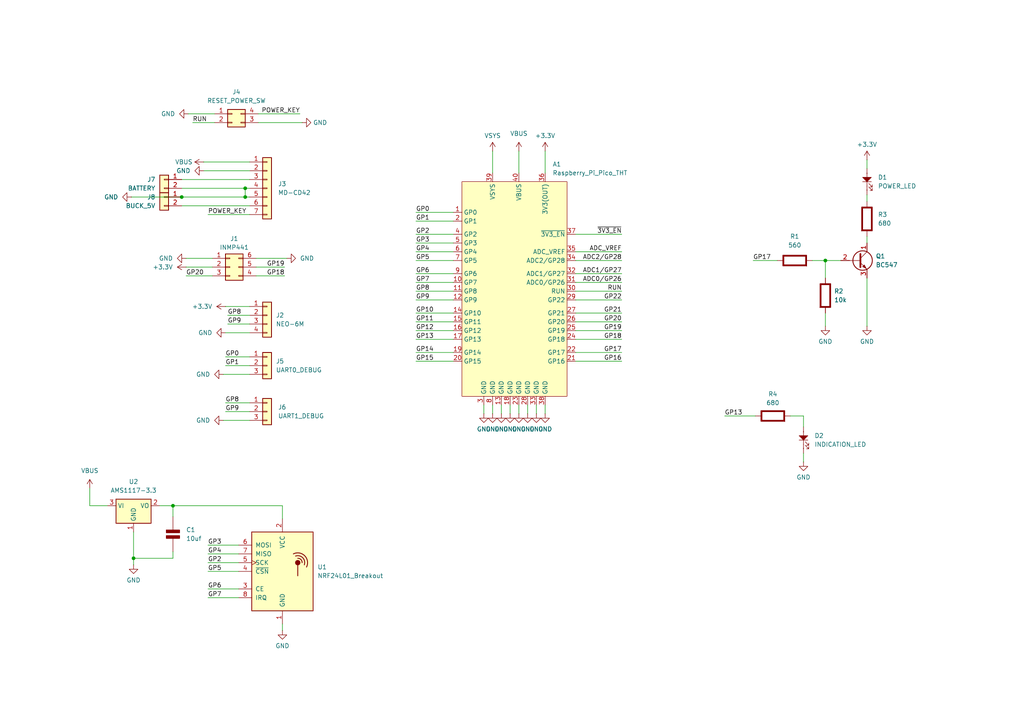
<source format=kicad_sch>
(kicad_sch (version 20250114) (generator "eeschema") (generator_version "9.0")
  (paper "A4")
  (lib_symbols
    (symbol "Connector_Generic:Conn_01x02" (pin_names (offset 1.016) (hide yes))
      (property "Reference" "J" (at 0 2.54 0))
      (property "Value" "Conn_01x02" (at 0 -5.08 0))
      (symbol "Conn_01x02_1_1"
        (rectangle (start -1.27 1.27) (end 1.27 -3.81) (stroke (width 0.254)) (fill (type background)))
        (rectangle (start -1.27 0.127) (end 0 -0.127) (stroke (width 0.1524)))
        (rectangle (start -1.27 -2.413) (end 0 -2.667) (stroke (width 0.1524)))
        (pin passive line (at -5.08 0 0) (length 3.81) (name "Pin_1") (number "1"))
        (pin passive line (at -5.08 -2.54 0) (length 3.81) (name "Pin_2") (number "2"))
      )
    )
    (symbol "Connector_Generic:Conn_01x03" (pin_names (offset 1.016) (hide yes))
      (property "Reference" "J" (at 0 5.08 0))
      (property "Value" "Conn_01x03" (at 0 -5.08 0))
      (symbol "Conn_01x03_1_1"
        (rectangle (start -1.27 3.81) (end 1.27 -3.81) (stroke (width 0.254)) (fill (type background)))
        (rectangle (start -1.27 2.667) (end 0 2.413) (stroke (width 0.1524)))
        (rectangle (start -1.27 0.127) (end 0 -0.127) (stroke (width 0.1524)))
        (rectangle (start -1.27 -2.413) (end 0 -2.667) (stroke (width 0.1524)))
        (pin passive line (at -5.08 2.54 0) (length 3.81) (name "Pin_1") (number "1"))
        (pin passive line (at -5.08 0 0) (length 3.81) (name "Pin_2") (number "2"))
        (pin passive line (at -5.08 -2.54 0) (length 3.81) (name "Pin_3") (number "3"))
      )
    )
    (symbol "Connector_Generic:Conn_01x04" (pin_names (offset 1.016) (hide yes))
      (property "Reference" "J" (at 0 5.08 0))
      (property "Value" "Conn_01x04" (at 0 -7.62 0))
      (symbol "Conn_01x04_1_1"
        (rectangle (start -1.27 3.81) (end 1.27 -6.35) (stroke (width 0.254)) (fill (type background)))
        (rectangle (start -1.27 2.667) (end 0 2.413) (stroke (width 0.1524)))
        (rectangle (start -1.27 0.127) (end 0 -0.127) (stroke (width 0.1524)))
        (rectangle (start -1.27 -2.413) (end 0 -2.667) (stroke (width 0.1524)))
        (rectangle (start -1.27 -4.953) (end 0 -5.207) (stroke (width 0.1524)))
        (pin passive line (at -5.08 2.54 0) (length 3.81) (name "Pin_1") (number "1"))
        (pin passive line (at -5.08 0 0) (length 3.81) (name "Pin_2") (number "2"))
        (pin passive line (at -5.08 -2.54 0) (length 3.81) (name "Pin_3") (number "3"))
        (pin passive line (at -5.08 -5.08 0) (length 3.81) (name "Pin_4") (number "4"))
      )
    )
    (symbol "Connector_Generic:Conn_01x07" (pin_names (offset 1.016) (hide yes))
      (property "Reference" "J" (at 0 10.16 0))
      (property "Value" "Conn_01x07" (at 0 -10.16 0))
      (symbol "Conn_01x07_1_1"
        (rectangle (start -1.27 8.89) (end 1.27 -8.89) (stroke (width 0.254)) (fill (type background)))
        (rectangle (start -1.27 7.747) (end 0 7.493) (stroke (width 0.1524)))
        (rectangle (start -1.27 5.207) (end 0 4.953) (stroke (width 0.1524)))
        (rectangle (start -1.27 2.667) (end 0 2.413) (stroke (width 0.1524)))
        (rectangle (start -1.27 0.127) (end 0 -0.127) (stroke (width 0.1524)))
        (rectangle (start -1.27 -2.413) (end 0 -2.667) (stroke (width 0.1524)))
        (rectangle (start -1.27 -4.953) (end 0 -5.207) (stroke (width 0.1524)))
        (rectangle (start -1.27 -7.493) (end 0 -7.747) (stroke (width 0.1524)))
        (pin passive line (at -5.08 7.62 0) (length 3.81) (name "Pin_1") (number "1"))
        (pin passive line (at -5.08 5.08 0) (length 3.81) (name "Pin_2") (number "2"))
        (pin passive line (at -5.08 2.54 0) (length 3.81) (name "Pin_3") (number "3"))
        (pin passive line (at -5.08 0 0) (length 3.81) (name "Pin_4") (number "4"))
        (pin passive line (at -5.08 -2.54 0) (length 3.81) (name "Pin_5") (number "5"))
        (pin passive line (at -5.08 -5.08 0) (length 3.81) (name "Pin_6") (number "6"))
        (pin passive line (at -5.08 -7.62 0) (length 3.81) (name "Pin_7") (number "7"))
      )
    )
    (symbol "Connector_Generic:Conn_02x02_Counter_Clockwise" (pin_names (offset 1.016) (hide yes))
      (property "Reference" "J" (at 1.27 2.54 0))
      (property "Value" "Conn_02x02_Counter_Clockwise" (at 1.27 -5.08 0))
      (symbol "Conn_02x02_Counter_Clockwise_1_1"
        (rectangle (start -1.27 1.27) (end 3.81 -3.81) (stroke (width 0.254)) (fill (type background)))
        (rectangle (start -1.27 0.127) (end 0 -0.127) (stroke (width 0.1524)))
        (rectangle (start -1.27 -2.413) (end 0 -2.667) (stroke (width 0.1524)))
        (rectangle (start 3.81 0.127) (end 2.54 -0.127) (stroke (width 0.1524)))
        (rectangle (start 3.81 -2.413) (end 2.54 -2.667) (stroke (width 0.1524)))
        (pin passive line (at -5.08 0 0) (length 3.81) (name "Pin_1") (number "1"))
        (pin passive line (at -5.08 -2.54 0) (length 3.81) (name "Pin_2") (number "2"))
        (pin passive line (at 7.62 0 180) (length 3.81) (name "Pin_4") (number "4"))
        (pin passive line (at 7.62 -2.54 180) (length 3.81) (name "Pin_3") (number "3"))
      )
    )
    (symbol "Connector_Generic:Conn_02x03_Counter_Clockwise" (pin_names (offset 1.016) (hide yes))
      (property "Reference" "J" (at 1.27 5.08 0))
      (property "Value" "Conn_02x03_Counter_Clockwise" (at 1.27 -5.08 0))
      (symbol "Conn_02x03_Counter_Clockwise_1_1"
        (rectangle (start -1.27 3.81) (end 3.81 -3.81) (stroke (width 0.254)) (fill (type background)))
        (rectangle (start -1.27 2.667) (end 0 2.413) (stroke (width 0.1524)))
        (rectangle (start -1.27 0.127) (end 0 -0.127) (stroke (width 0.1524)))
        (rectangle (start -1.27 -2.413) (end 0 -2.667) (stroke (width 0.1524)))
        (rectangle (start 3.81 2.667) (end 2.54 2.413) (stroke (width 0.1524)))
        (rectangle (start 3.81 0.127) (end 2.54 -0.127) (stroke (width 0.1524)))
        (rectangle (start 3.81 -2.413) (end 2.54 -2.667) (stroke (width 0.1524)))
        (pin passive line (at -5.08 2.54 0) (length 3.81) (name "Pin_1") (number "1"))
        (pin passive line (at -5.08 0 0) (length 3.81) (name "Pin_2") (number "2"))
        (pin passive line (at -5.08 -2.54 0) (length 3.81) (name "Pin_3") (number "3"))
        (pin passive line (at 7.62 2.54 180) (length 3.81) (name "Pin_6") (number "6"))
        (pin passive line (at 7.62 0 180) (length 3.81) (name "Pin_5") (number "5"))
        (pin passive line (at 7.62 -2.54 180) (length 3.81) (name "Pin_4") (number "4"))
      )
    )
    (symbol "PCM_Elektuur:C" (pin_numbers (hide yes)) (pin_names (offset 0) (hide yes))
      (property "Reference" "C" (at 0.635 3.175 0))
      (property "Value" "C" (at 0.635 -3.175 0))
      (symbol "C_1_1"
        (rectangle (start -1.905 1.1938) (end 1.905 0.4318) (stroke (width 0.254)) (fill (type outline)))
        (rectangle (start -1.905 -0.4318) (end 1.905 -1.1938) (stroke (width 0.254)) (fill (type outline)))
        (pin passive line (at 0 5.08 270) (length 3.8862) (name "+") (number "1"))
        (pin passive line (at 0 -5.08 90) (length 3.8862) (name "-") (number "2"))
      )
      (symbol "C_1_2"
        (polyline (pts (xy -1.905 0.4318) (xy 1.905 0.4318) (xy 1.905 1.4986) (xy -1.905 1.4986) (xy -1.905 0.4318) (xy -1.8034 0.5334) (xy -1.8034 1.397) (xy 1.8034 1.397) (xy 1.8034 0.5334) (xy -1.8034 0.5334) (xy -1.905 0.4318)) (stroke (width 0.254)) (fill (type outline)))
        (polyline (pts (xy -1.905 -1.4986) (xy 1.905 -1.4986) (xy 1.905 -0.4318) (xy -1.905 -0.4318) (xy -1.905 -1.4986) (xy -1.8034 -1.397) (xy -1.8034 -0.5334) (xy 1.8034 -0.5334) (xy 1.8034 -1.397) (xy -1.8034 -1.397) (xy -1.905 -1.4986)) (stroke (width 0.254)) (fill (type outline)))
        (pin passive line (at 0 5.08 270) (length 3.5814) (name "+") (number "1"))
        (pin passive line (at 0 -5.08 90) (length 3.5814) (name "-") (number "2"))
      )
    )
    (symbol "PCM_Elektuur:R" (pin_numbers (hide yes)) (pin_names (offset 0) (hide yes))
      (property "Reference" "R" (at 2.54 3.175 0))
      (property "Value" "R" (at 0 0 90))
      (symbol "R_1_1"
        (polyline (pts (xy -1.524 -3.429) (xy 1.524 -3.429) (xy 1.524 3.429) (xy -1.524 3.429) (xy -1.524 -3.429) (xy -1.27 -3.175) (xy -1.27 3.175) (xy 1.27 3.175) (xy 1.27 -3.175) (xy -1.27 -3.175) (xy -1.524 -3.429)) (stroke (width 0.254)) (fill (type outline)))
        (pin passive line (at 0 5.08 270) (length 1.651) (name "+") (number "1"))
        (pin passive line (at 0 -5.08 90) (length 1.651) (name "-") (number "2"))
      )
      (symbol "R_1_2"
        (polyline (pts (xy -0.508 -3.429) (xy 1.524 -3.429) (xy 1.524 3.429) (xy -0.508 3.429) (xy -0.508 3.175) (xy 1.27 3.175) (xy 1.27 -3.175) (xy -0.508 -3.175) (xy -0.508 -3.429)) (stroke (width 0.254)) (fill (type outline)))
        (pin passive line (at 0 5.08 270) (length 1.651) (name "+") (number "1"))
        (pin passive line (at 0 -5.08 90) (length 1.651) (name "-") (number "2"))
      )
      (symbol "R_1_3"
        (polyline (pts (xy 0 3.4798) (xy 0 3.2004) (xy 0.7112 2.794) (xy -1.1938 1.6764) (xy 0.7112 0.5588) (xy -1.1938 -0.5588) (xy 0.7112 -1.6764) (xy -1.1938 -2.794) (xy 0 -3.4798) (xy 0 -3.2004) (xy -0.7112 -2.794) (xy 1.1938 -1.6764) (xy -0.7112 -0.5588) (xy 1.1938 0.5588) (xy -0.7112 1.6764) (xy 1.1938 2.794) (xy 0 3.4798)) (stroke (width 0.254)) (fill (type outline)))
        (pin passive line (at 0 5.08 270) (length 1.6002) (name "+") (number "1"))
        (pin passive line (at 0 -5.08 90) (length 1.6002) (name "-") (number "2"))
      )
      (symbol "R_1_4"
        (polyline (pts (xy 0 4.5466) (xy 0 4.2672) (xy 0.0508 4.2418) (xy 1.016 3.683) (xy -1.524 2.2098) (xy 1.016 0.7366) (xy -1.524 -0.7366) (xy 1.016 -2.2098) (xy -1.524 -3.683) (xy -0.0762 -4.5212) (xy 0 -4.5466) (xy 0 -4.2672) (xy -0.0508 -4.2418) (xy -1.016 -3.683) (xy 1.524 -2.2098) (xy -1.016 -0.7366) (xy 1.524 0.7366) (xy -1.016 2.2098) (xy 1.524 3.683) (xy 0.0762 4.5212) (xy 0 4.5466)) (stroke (width 0.254)) (fill (type outline)))
        (pin passive line (at 0 5.08 270) (length 0.5334) (name "+") (number "1"))
        (pin passive line (at 0 -5.08 90) (length 0.5334) (name "-") (number "2"))
      )
    )
    (symbol "PCM_SL_Development_Board:Raspberry_Pi_Pico_THT"
      (property "Reference" "A" (at 12.7 34.29 0))
      (property "Value" "Raspberry_Pi_Pico_THT" (at 21.59 31.75 0))
      (symbol "Raspberry_Pi_Pico_THT_0_1"
        (rectangle (start -15.24 29.21) (end 15.24 -33.02) (fill (type background)))
      )
      (symbol "Raspberry_Pi_Pico_THT_1_1"
        (pin bidirectional line (at -17.78 20.32 0) (length 2.54) (name "GP0") (number "1"))
        (pin bidirectional line (at -17.78 17.78 0) (length 2.54) (name "GP1") (number "2"))
        (pin bidirectional line (at -17.78 13.97 0) (length 2.54) (name "GP2") (number "4"))
        (pin bidirectional line (at -17.78 11.43 0) (length 2.54) (name "GP3") (number "5"))
        (pin bidirectional line (at -17.78 8.89 0) (length 2.54) (name "GP4") (number "6"))
        (pin bidirectional line (at -17.78 6.35 0) (length 2.54) (name "GP5") (number "7"))
        (pin bidirectional line (at -17.78 2.54 0) (length 2.54) (name "GP6") (number "9"))
        (pin bidirectional line (at -17.78 0 0) (length 2.54) (name "GP7") (number "10"))
        (pin bidirectional line (at -17.78 -2.54 0) (length 2.54) (name "GP8") (number "11"))
        (pin bidirectional line (at -17.78 -5.08 0) (length 2.54) (name "GP9") (number "12"))
        (pin bidirectional line (at -17.78 -8.89 0) (length 2.54) (name "GP10") (number "14"))
        (pin bidirectional line (at -17.78 -11.43 0) (length 2.54) (name "GP11") (number "15"))
        (pin bidirectional line (at -17.78 -13.97 0) (length 2.54) (name "GP12") (number "16"))
        (pin bidirectional line (at -17.78 -16.51 0) (length 2.54) (name "GP13") (number "17"))
        (pin bidirectional line (at -17.78 -20.32 0) (length 2.54) (name "GP14") (number "19"))
        (pin bidirectional line (at -17.78 -22.86 0) (length 2.54) (name "GP15") (number "20"))
        (pin power_in line (at -8.89 -35.56 90) (length 2.54) (name "GND") (number "3"))
        (pin power_in line (at -6.35 31.75 270) (length 2.54) (name "VSYS") (number "39"))
        (pin power_in line (at -6.35 -35.56 90) (length 2.54) (name "GND") (number "8"))
        (pin power_in line (at -3.81 -35.56 90) (length 2.54) (name "GND") (number "13"))
        (pin power_in line (at -1.27 -35.56 90) (length 2.54) (name "GND") (number "18"))
        (pin power_in line (at 1.27 31.75 270) (length 2.54) (name "VBUS") (number "40"))
        (pin power_in line (at 1.27 -35.56 90) (length 2.54) (name "GND") (number "23"))
        (pin power_in line (at 3.81 -35.56 90) (length 2.54) (name "GND") (number "28"))
        (pin power_in line (at 6.35 -35.56 90) (length 2.54) (name "GND") (number "33"))
        (pin power_in line (at 8.89 31.75 270) (length 2.54) (name "3V3(OUT)") (number "36"))
        (pin power_in line (at 8.89 -35.56 90) (length 2.54) (name "GND") (number "38"))
        (pin bidirectional line (at 17.78 13.97 180) (length 2.54) (name "~{3V3_EN}") (number "37"))
        (pin bidirectional line (at 17.78 8.89 180) (length 2.54) (name "ADC_VREF") (number "35"))
        (pin bidirectional line (at 17.78 6.35 180) (length 2.54) (name "ADC2/GP28") (number "34"))
        (pin bidirectional line (at 17.78 2.54 180) (length 2.54) (name "ADC1/GP27") (number "32"))
        (pin bidirectional line (at 17.78 0 180) (length 2.54) (name "ADC0/GP26") (number "31"))
        (pin bidirectional line (at 17.78 -2.54 180) (length 2.54) (name "RUN") (number "30"))
        (pin bidirectional line (at 17.78 -5.08 180) (length 2.54) (name "GP22") (number "29"))
        (pin bidirectional line (at 17.78 -8.89 180) (length 2.54) (name "GP21") (number "27"))
        (pin bidirectional line (at 17.78 -11.43 180) (length 2.54) (name "GP20") (number "26"))
        (pin bidirectional line (at 17.78 -13.97 180) (length 2.54) (name "GP19") (number "25"))
        (pin bidirectional line (at 17.78 -16.51 180) (length 2.54) (name "GP18") (number "24"))
        (pin bidirectional line (at 17.78 -20.32 180) (length 2.54) (name "GP17") (number "22"))
        (pin bidirectional line (at 17.78 -22.86 180) (length 2.54) (name "GP16") (number "21"))
      )
    )
    (symbol "PCM_SL_Devices:LED"
      (property "Reference" "D" (at -0.508 5.334 0))
      (property "Value" "LED" (at -0.508 2.794 0))
      (symbol "LED_0_1"
        (polyline (pts (xy -1.27 0) (xy -2.54 0)))
        (polyline (pts (xy 0 1.27) (xy 0 -1.27)))
        (polyline (pts (xy 0 0) (xy -1.27 -1.27) (xy -1.27 1.27) (xy 0 0) (xy 1.27 0)) (fill (type outline)))
        (polyline (pts (xy 0.508 0.508) (xy 1.524 1.524)))
        (polyline (pts (xy 1.27 0) (xy 2.54 0)))
        (polyline (pts (xy 1.524 1.524) (xy 0.889 1.524)))
        (polyline (pts (xy 1.524 1.524) (xy 1.524 0.889)))
        (polyline (pts (xy 1.524 0.508) (xy 2.54 1.524)))
        (polyline (pts (xy 2.54 1.524) (xy 1.905 1.524)))
        (polyline (pts (xy 2.54 1.524) (xy 2.54 0.889)))
      )
      (symbol "LED_1_1"
        (pin passive line (at -3.81 0 0) (length 1.5) (name "") (number "2"))
        (pin passive line (at 3.81 0 180) (length 1.5) (name "~") (number "1"))
      )
    )
    (symbol "PCM_SL_Devices:LED_5mm"
      (property "Reference" "D" (at -0.508 5.334 0))
      (property "Value" "LED_5mm" (at -0.508 2.794 0))
      (symbol "LED_5mm_0_1"
        (polyline (pts (xy -1.27 0) (xy -2.54 0)))
        (polyline (pts (xy 0 1.27) (xy 0 -1.27)))
        (polyline (pts (xy 0 0) (xy -1.27 -1.27) (xy -1.27 1.27) (xy 0 0) (xy 1.27 0)) (fill (type outline)))
        (polyline (pts (xy 0.508 0.508) (xy 1.524 1.524)))
        (polyline (pts (xy 1.27 0) (xy 2.54 0)))
        (polyline (pts (xy 1.524 1.524) (xy 0.889 1.524)))
        (polyline (pts (xy 1.524 1.524) (xy 1.524 0.889)))
        (polyline (pts (xy 1.524 0.508) (xy 2.54 1.524)))
        (polyline (pts (xy 2.54 1.524) (xy 1.905 1.524)))
        (polyline (pts (xy 2.54 1.524) (xy 2.54 0.889)))
      )
      (symbol "LED_5mm_1_1"
        (pin passive line (at -3.81 0 0) (length 1.5) (name "") (number "2"))
        (pin passive line (at 3.81 0 180) (length 1.5) (name "~") (number "1"))
      )
    )
    (symbol "RF:NRF24L01_Breakout" (pin_names (offset 1.016))
      (property "Reference" "U" (at -8.89 12.7 0))
      (property "Value" "NRF24L01_Breakout" (at 3.81 12.7 0))
      (symbol "NRF24L01_Breakout_0_1"
        (rectangle (start -8.89 11.43) (end 8.89 -11.43) (stroke (width 0.254)) (fill (type background)))
        (arc (start 3.175 5.08) (mid 6.453 4.548) (end 6.985 1.27) (stroke (width 0.254)))
        (circle (center 4.445 2.54) (radius 0.635) (stroke (width 0.254)) (fill (type outline)))
        (polyline (pts (xy 4.445 1.905) (xy 4.445 -1.27)) (stroke (width 0.254)))
        (arc (start 3.81 4.445) (mid 5.8835 3.9785) (end 6.35 1.905) (stroke (width 0.254)))
        (arc (start 4.445 3.81) (mid 5.3558 3.4508) (end 5.715 2.54) (stroke (width 0.254)))
      )
      (symbol "NRF24L01_Breakout_1_1"
        (pin input line (at -12.7 7.62 0) (length 3.81) (name "MOSI") (number "6"))
        (pin output line (at -12.7 5.08 0) (length 3.81) (name "MISO") (number "7"))
        (pin input clock (at -12.7 2.54 0) (length 3.81) (name "SCK") (number "5"))
        (pin input line (at -12.7 0 0) (length 3.81) (name "~{CSN}") (number "4"))
        (pin input line (at -12.7 -5.08 0) (length 3.81) (name "CE") (number "3"))
        (pin output line (at -12.7 -7.62 0) (length 3.81) (name "IRQ") (number "8"))
        (pin power_in line (at 0 15.24 270) (length 3.81) (name "VCC") (number "2"))
        (pin power_in line (at 0 -15.24 90) (length 3.81) (name "GND") (number "1"))
      )
    )
    (symbol "Regulator_Linear:AMS1117-3.3"
      (property "Reference" "U" (at -3.81 3.175 0))
      (property "Value" "AMS1117-3.3" (at 0 3.175 0))
      (symbol "AMS1117-3.3_0_1"
        (rectangle (start -5.08 -5.08) (end 5.08 1.905) (stroke (width 0.254)) (fill (type background)))
      )
      (symbol "AMS1117-3.3_1_1"
        (pin power_in line (at -7.62 0 0) (length 2.54) (name "VI") (number "3"))
        (pin power_in line (at 0 -7.62 90) (length 2.54) (name "GND") (number "1"))
        (pin power_out line (at 7.62 0 180) (length 2.54) (name "VO") (number "2"))
      )
    )
    (symbol "Transistor_BJT:BC547" (pin_names (offset 0) (hide yes))
      (property "Reference" "Q" (at 5.08 1.905 0))
      (property "Value" "BC547" (at 5.08 0 0))
      (symbol "BC547_0_1"
        (polyline (pts (xy -2.54 0) (xy 0.635 0)))
        (polyline (pts (xy 0.635 1.905) (xy 0.635 -1.905)) (stroke (width 0.508)))
        (circle (center 1.27 0) (radius 2.8194) (stroke (width 0.254)))
      )
      (symbol "BC547_1_1"
        (polyline (pts (xy 0.635 0.635) (xy 2.54 2.54)))
        (polyline (pts (xy 0.635 -0.635) (xy 2.54 -2.54)))
        (polyline (pts (xy 1.27 -1.778) (xy 1.778 -1.27) (xy 2.286 -2.286) (xy 1.27 -1.778)) (fill (type outline)))
        (pin input line (at -5.08 0 0) (length 2.54) (name "B") (number "2"))
        (pin passive line (at 2.54 5.08 270) (length 2.54) (name "C") (number "1"))
        (pin passive line (at 2.54 -5.08 90) (length 2.54) (name "E") (number "3"))
      )
    )
    (symbol "power:+3.3V" (power) (pin_numbers (hide yes)) (pin_names (offset 0) (hide yes))
      (property "Value" "+3.3V" (at 0 3.556 0))
      (symbol "+3.3V_0_1"
        (polyline (pts (xy -0.762 1.27) (xy 0 2.54)))
        (polyline (pts (xy 0 2.54) (xy 0.762 1.27)))
        (polyline (pts (xy 0 0) (xy 0 2.54)))
      )
      (symbol "+3.3V_1_1"
        (pin power_in line (at 0 0 90) (length 0) (name "~") (number "1"))
      )
    )
    (symbol "power:GND" (power) (pin_numbers (hide yes)) (pin_names (offset 0) (hide yes))
      (property "Value" "GND" (at 0 -3.81 0))
      (symbol "GND_0_1"
        (polyline (pts (xy 0 0) (xy 0 -1.27) (xy 1.27 -1.27) (xy 0 -2.54) (xy -1.27 -1.27) (xy 0 -1.27)))
      )
      (symbol "GND_1_1"
        (pin power_in line (at 0 0 270) (length 0) (name "~") (number "1"))
      )
    )
    (symbol "power:VBUS" (power) (pin_numbers (hide yes)) (pin_names (offset 0) (hide yes))
      (property "Value" "VBUS" (at 0 3.556 0))
      (symbol "VBUS_0_1"
        (polyline (pts (xy -0.762 1.27) (xy 0 2.54)))
        (polyline (pts (xy 0 2.54) (xy 0.762 1.27)))
        (polyline (pts (xy 0 0) (xy 0 2.54)))
      )
      (symbol "VBUS_1_1"
        (pin power_in line (at 0 0 90) (length 0) (name "~") (number "1"))
      )
    )
    (symbol "power:VCC" (power) (pin_numbers (hide yes)) (pin_names (offset 0) (hide yes))
      (property "Value" "VCC" (at 0 3.556 0))
      (symbol "VCC_0_1"
        (polyline (pts (xy -0.762 1.27) (xy 0 2.54)))
        (polyline (pts (xy 0 2.54) (xy 0.762 1.27)))
        (polyline (pts (xy 0 0) (xy 0 2.54)))
      )
      (symbol "VCC_1_1"
        (pin power_in line (at 0 0 90) (length 0) (name "~") (number "1"))
      )
    )
  )
  (junction (at 71.12 57.15))
  (junction (at 50.165 146.685))
  (junction (at 239.395 75.565))
  (junction (at 71.12 54.61))
  (junction (at 52.705 57.15))
  (junction (at 38.735 161.925))
  (wire (pts (xy 120.65 104.775) (xy 131.445 104.775)))
  (wire (pts (xy 65.405 88.9) (xy 72.39 88.9)))
  (wire (pts (xy 150.495 117.475) (xy 150.495 120.015)))
  (wire (pts (xy 120.65 84.455) (xy 131.445 84.455)))
  (wire (pts (xy 65.405 116.84) (xy 72.39 116.84)))
  (wire (pts (xy 66.04 91.44) (xy 72.39 91.44)))
  (wire (pts (xy 218.44 75.565) (xy 225.425 75.565)))
  (wire (pts (xy 251.46 68.58) (xy 251.46 70.485)))
  (wire (pts (xy 180.34 102.235) (xy 167.005 102.235)))
  (wire (pts (xy 52.705 59.69) (xy 72.39 59.69)))
  (wire (pts (xy 180.34 90.805) (xy 167.005 90.805)))
  (wire (pts (xy 69.215 173.355) (xy 60.325 173.355)))
  (wire (pts (xy 120.65 93.345) (xy 131.445 93.345)))
  (wire (pts (xy 38.1 57.15) (xy 52.705 57.15)))
  (wire (pts (xy 120.65 86.995) (xy 131.445 86.995)))
  (wire (pts (xy 53.975 77.47) (xy 61.595 77.47)))
  (wire (pts (xy 69.215 163.195) (xy 60.325 163.195)))
  (wire (pts (xy 64.77 121.92) (xy 72.39 121.92)))
  (wire (pts (xy 74.93 33.02) (xy 86.995 33.02)))
  (wire (pts (xy 155.575 117.475) (xy 155.575 120.015)))
  (wire (pts (xy 235.585 75.565) (xy 239.395 75.565)))
  (wire (pts (xy 180.34 73.025) (xy 167.005 73.025)))
  (wire (pts (xy 64.77 108.585) (xy 72.39 108.585)))
  (wire (pts (xy 145.415 117.475) (xy 145.415 120.015)))
  (wire (pts (xy 142.875 117.475) (xy 142.875 120.015)))
  (wire (pts (xy 59.055 46.99) (xy 72.39 46.99)))
  (wire (pts (xy 74.295 77.47) (xy 82.55 77.47)))
  (wire (pts (xy 69.215 165.735) (xy 60.325 165.735)))
  (wire (pts (xy 59.055 49.53) (xy 72.39 49.53)))
  (wire (pts (xy 69.215 158.115) (xy 60.325 158.115)))
  (wire (pts (xy 120.65 95.885) (xy 131.445 95.885)))
  (wire (pts (xy 71.12 54.61) (xy 72.39 54.61)))
  (wire (pts (xy 233.045 131.445) (xy 233.045 133.985)))
  (wire (pts (xy 74.93 35.56) (xy 87.63 35.56)))
  (wire (pts (xy 81.915 146.685) (xy 50.165 146.685)))
  (wire (pts (xy 120.65 79.375) (xy 131.445 79.375)))
  (wire (pts (xy 53.975 74.93) (xy 61.595 74.93)))
  (wire (pts (xy 120.65 61.595) (xy 131.445 61.595)))
  (wire (pts (xy 38.735 161.925) (xy 50.165 161.925)))
  (wire (pts (xy 210.185 120.65) (xy 219.075 120.65)))
  (wire (pts (xy 180.34 75.565) (xy 167.005 75.565)))
  (wire (pts (xy 120.65 67.945) (xy 131.445 67.945)))
  (wire (pts (xy 50.165 161.925) (xy 50.165 160.02)))
  (wire (pts (xy 180.34 84.455) (xy 167.005 84.455)))
  (wire (pts (xy 60.325 62.23) (xy 72.39 62.23)))
  (wire (pts (xy 55.88 35.56) (xy 62.23 35.56)))
  (wire (pts (xy 229.235 120.65) (xy 233.045 120.65)))
  (wire (pts (xy 120.65 64.135) (xy 131.445 64.135)))
  (wire (pts (xy 53.975 80.01) (xy 61.595 80.01)))
  (wire (pts (xy 74.295 80.01) (xy 82.55 80.01)))
  (wire (pts (xy 142.875 43.815) (xy 142.875 50.165)))
  (wire (pts (xy 120.65 90.805) (xy 131.445 90.805)))
  (wire (pts (xy 158.115 117.475) (xy 158.115 120.015)))
  (wire (pts (xy 239.395 75.565) (xy 243.84 75.565)))
  (wire (pts (xy 251.46 80.645) (xy 251.46 94.615)))
  (wire (pts (xy 38.735 154.305) (xy 38.735 161.925)))
  (wire (pts (xy 69.215 160.655) (xy 60.325 160.655)))
  (wire (pts (xy 140.335 117.475) (xy 140.335 120.015)))
  (wire (pts (xy 233.045 120.65) (xy 233.045 123.825)))
  (wire (pts (xy 251.46 56.515) (xy 251.46 58.42)))
  (wire (pts (xy 180.34 67.945) (xy 167.005 67.945)))
  (wire (pts (xy 239.395 90.805) (xy 239.395 94.615)))
  (wire (pts (xy 150.495 43.815) (xy 150.495 50.165)))
  (wire (pts (xy 147.955 117.475) (xy 147.955 120.015)))
  (wire (pts (xy 65.405 103.505) (xy 72.39 103.505)))
  (wire (pts (xy 180.34 81.915) (xy 167.005 81.915)))
  (wire (pts (xy 50.165 149.86) (xy 50.165 146.685)))
  (wire (pts (xy 38.735 161.925) (xy 38.735 163.83)))
  (wire (pts (xy 239.395 80.645) (xy 239.395 75.565)))
  (wire (pts (xy 120.65 102.235) (xy 131.445 102.235)))
  (wire (pts (xy 52.705 52.07) (xy 72.39 52.07)))
  (wire (pts (xy 180.34 95.885) (xy 167.005 95.885)))
  (wire (pts (xy 54.61 33.02) (xy 62.23 33.02)))
  (wire (pts (xy 153.035 117.475) (xy 153.035 120.015)))
  (wire (pts (xy 180.34 104.775) (xy 167.005 104.775)))
  (wire (pts (xy 71.12 54.61) (xy 71.12 57.15)))
  (wire (pts (xy 120.65 81.915) (xy 131.445 81.915)))
  (wire (pts (xy 52.705 54.61) (xy 71.12 54.61)))
  (wire (pts (xy 52.705 57.15) (xy 71.12 57.15)))
  (wire (pts (xy 81.915 150.495) (xy 81.915 146.685)))
  (wire (pts (xy 180.34 79.375) (xy 167.005 79.375)))
  (wire (pts (xy 65.405 106.045) (xy 72.39 106.045)))
  (wire (pts (xy 66.04 93.98) (xy 72.39 93.98)))
  (wire (pts (xy 65.405 119.38) (xy 72.39 119.38)))
  (wire (pts (xy 81.915 180.975) (xy 81.915 182.88)))
  (wire (pts (xy 158.115 43.815) (xy 158.115 50.165)))
  (wire (pts (xy 71.12 57.15) (xy 72.39 57.15)))
  (wire (pts (xy 180.34 93.345) (xy 167.005 93.345)))
  (wire (pts (xy 120.65 75.565) (xy 131.445 75.565)))
  (wire (pts (xy 180.34 98.425) (xy 167.005 98.425)))
  (wire (pts (xy 74.295 74.93) (xy 83.185 74.93)))
  (wire (pts (xy 26.035 141.605) (xy 26.035 146.685)))
  (wire (pts (xy 251.46 46.355) (xy 251.46 48.895)))
  (wire (pts (xy 50.165 146.685) (xy 46.355 146.685)))
  (wire (pts (xy 120.65 73.025) (xy 131.445 73.025)))
  (wire (pts (xy 69.215 170.815) (xy 60.325 170.815)))
  (wire (pts (xy 65.405 96.52) (xy 72.39 96.52)))
  (wire (pts (xy 180.34 86.995) (xy 167.005 86.995)))
  (wire (pts (xy 120.65 98.425) (xy 131.445 98.425)))
  (wire (pts (xy 120.65 70.485) (xy 131.445 70.485)))
  (wire (pts (xy 26.035 146.685) (xy 31.115 146.685)))
  (label "GP9" (at 120.65 86.995 0))
  (label "GP7" (at 120.65 81.915 0))
  (label "GP2" (at 60.325 163.195 0))
  (label "GP10" (at 120.65 90.805 0))
  (label "GP2" (at 120.65 67.945 0))
  (label "GP14" (at 120.65 102.235 0))
  (label "GP20" (at 53.975 80.01 0))
  (label "POWER_KEY" (at 86.995 33.02 180))
  (label "GP3" (at 60.325 158.115 0))
  (label "GP18" (at 180.34 98.425 180))
  (label "GP4" (at 60.325 160.655 0))
  (label "ADC0/GP26" (at 180.34 81.915 180))
  (label "GP0" (at 65.405 103.505 0))
  (label "GP19" (at 180.34 95.885 180))
  (label "GP9" (at 65.405 119.38 0))
  (label "GP11" (at 120.65 93.345 0))
  (label "GP13" (at 210.185 120.65 0))
  (label "GP20" (at 180.34 93.345 180))
  (label "~{3V3_EN}" (at 180.34 67.945 180))
  (label "GP22" (at 180.34 86.995 180))
  (label "GP19" (at 82.55 77.47 180))
  (label "ADC2/GP28" (at 180.34 75.565 180))
  (label "GP9" (at 66.04 93.98 0))
  (label "GP16" (at 180.34 104.775 180))
  (label "GP8" (at 120.65 84.455 0))
  (label "GP1" (at 120.65 64.135 0))
  (label "GP6" (at 60.325 170.815 0))
  (label "GP3" (at 120.65 70.485 0))
  (label "GP12" (at 120.65 95.885 0))
  (label "GP6" (at 120.65 79.375 0))
  (label "GP5" (at 120.65 75.565 0))
  (label "GP18" (at 82.55 80.01 180))
  (label "GP0" (at 120.65 61.595 0))
  (label "GP17" (at 218.44 75.565 0))
  (label "GP1" (at 65.405 106.045 0))
  (label "GP21" (at 180.34 90.805 180))
  (label "POWER_KEY" (at 60.325 62.23 0))
  (label "GP4" (at 120.65 73.025 0))
  (label "GP7" (at 60.325 173.355 0))
  (label "GP5" (at 60.325 165.735 0))
  (label "ADC_VREF" (at 180.34 73.025 180))
  (label "RUN" (at 180.34 84.455 180))
  (label "GP13" (at 120.65 98.425 0))
  (label "ADC1/GP27" (at 180.34 79.375 180))
  (label "GP15" (at 120.65 104.775 0))
  (label "RUN" (at 55.88 35.56 0))
  (label "GP8" (at 66.04 91.44 0))
  (label "GP8" (at 65.405 116.84 0))
  (label "GP17" (at 180.34 102.235 180))
  (symbol (lib_id "power:+3.3V") (at 53.975 77.47 90) (unit 1)
    (property "Reference" "#PWR015" (effects (hide yes)))
    (property "Value" "+3.3V" (at 50.165 77.4699 90) (effects (justify left)))
    (property "Description" "Power symbol creates a global label with name \"+3.3V\"" (effects (hide yes)))
  )
  (symbol (lib_id "power:VCC") (at 142.875 43.815 0) (unit 1)
    (property "Reference" "#PWR04" (effects (hide yes)))
    (property "Value" "VSYS" (at 142.875 39.37 0))
    (property "Description" "Power symbol creates a global label with name \"VCC\"" (effects (hide yes)))
  )
  (symbol (lib_id "PCM_SL_Development_Board:Raspberry_Pi_Pico_THT") (at 149.225 81.915 0) (unit 1)
    (property "Reference" "A1" (at 160.2583 47.625 0) (effects (justify left)))
    (property "Value" "Raspberry_Pi_Pico_THT" (at 160.2583 50.165 0) (effects (justify left)))
    (property "Footprint" "PCM_SL_Development_Boards:raspberry_pi_pico_THT" (effects (hide yes)))
    (property "Description" "Development Board with RP2040 MCU" (effects (hide yes)))
  )
  (symbol (lib_id "power:VBUS") (at 59.055 46.99 90) (unit 1)
    (property "Reference" "#PWR023" (effects (hide yes)))
    (property "Value" "VBUS" (at 55.88 46.9899 90) (effects (justify left)))
    (property "Description" "Power symbol creates a global label with name \"VBUS\"" (effects (hide yes)))
  )
  (symbol (lib_id "Regulator_Linear:AMS1117-3.3") (at 38.735 146.685 0) (unit 1)
    (property "Reference" "U2" (at 38.735 139.7 0))
    (property "Value" "AMS1117-3.3" (at 38.735 142.24 0))
    (property "Footprint" "Package_TO_SOT_SMD:SOT-223-3_TabPin2" (effects (hide yes)))
    (property "Datasheet" "http://www.advanced-monolithic.com/pdf/ds1117.pdf" (effects (hide yes)))
    (property "Description" "1A Low Dropout regulator, positive, 3.3V fixed output, SOT-223" (effects (hide yes)))
  )
  (symbol (lib_id "power:GND") (at 38.735 163.83 0) (unit 1)
    (property "Reference" "#PWR012" (effects (hide yes)))
    (property "Value" "GND" (at 38.735 168.275 0))
    (property "Description" "Power symbol creates a global label with name \"GND\" , ground" (effects (hide yes)))
  )
  (symbol (lib_id "power:GND") (at 87.63 35.56 90) (unit 1)
    (property "Reference" "#PWR025" (effects (hide yes)))
    (property "Value" "GND" (at 90.805 35.5599 90) (effects (justify right)))
    (property "Description" "Power symbol creates a global label with name \"GND\" , ground" (effects (hide yes)))
  )
  (symbol (lib_id "power:GND") (at 150.495 120.015 0) (unit 1)
    (property "Reference" "#PWR08" (effects (hide yes)))
    (property "Value" "GND" (at 150.495 124.46 0))
    (property "Description" "Power symbol creates a global label with name \"GND\" , ground" (effects (hide yes)))
  )
  (symbol (lib_id "power:VBUS") (at 150.495 43.815 0) (unit 1)
    (property "Reference" "#PWR03" (effects (hide yes)))
    (property "Value" "VBUS" (at 150.495 38.735 0))
    (property "Description" "Power symbol creates a global label with name \"VBUS\"" (effects (hide yes)))
  )
  (symbol (lib_id "Connector_Generic:Conn_01x07") (at 77.47 54.61 0) (unit 1)
    (property "Reference" "J3" (at 80.645 53.3399 0) (effects (justify left)))
    (property "Value" "MD-CD42" (at 80.645 55.8799 0) (effects (justify left)))
    (property "Footprint" "Connector_PinHeader_2.54mm:PinHeader_1x07_P2.54mm_Vertical" (effects (hide yes)))
    (property "Description" "Generic connector, single row, 01x07, script generated (kicad-library-utils/schlib/autogen/connector/)" (effects (hide yes)))
  )
  (symbol (lib_id "Connector_Generic:Conn_01x02") (at 47.625 52.07 0) (mirror y) (unit 1)
    (property "Reference" "J7" (at 45.085 52.0699 0) (effects (justify left)))
    (property "Value" "BATTERY" (at 45.085 54.6099 0) (effects (justify left)))
    (property "Footprint" "Connector_JST:JST_XH_B2B-XH-A_1x02_P2.50mm_Vertical" (effects (hide yes)))
    (property "Description" "Generic connector, single row, 01x02, script generated (kicad-library-utils/schlib/autogen/connector/)" (effects (hide yes)))
  )
  (symbol (lib_id "power:GND") (at 38.1 57.15 270) (unit 1)
    (property "Reference" "#PWR026" (effects (hide yes)))
    (property "Value" "GND" (at 34.29 57.1499 90) (effects (justify right)))
    (property "Description" "Power symbol creates a global label with name \"GND\" , ground" (effects (hide yes)))
  )
  (symbol (lib_id "Connector_Generic:Conn_01x04") (at 77.47 91.44 0) (unit 1)
    (property "Reference" "J2" (at 80.01 91.4399 0) (effects (justify left)))
    (property "Value" "NEO-6M" (at 80.01 93.9799 0) (effects (justify left)))
    (property "Footprint" "Connector_PinHeader_2.54mm:PinHeader_1x04_P2.54mm_Vertical" (effects (hide yes)))
    (property "Description" "Generic connector, single row, 01x04, script generated (kicad-library-utils/schlib/autogen/connector/)" (effects (hide yes)))
  )
  (symbol (lib_id "PCM_Elektuur:R") (at 230.505 75.565 90) (unit 1)
    (property "Reference" "R1" (at 230.505 68.58 90))
    (property "Value" "560" (at 230.505 71.12 90))
    (property "Footprint" "Resistor_THT:R_Axial_DIN0207_L6.3mm_D2.5mm_P10.16mm_Horizontal" (effects (hide yes)))
    (property "Description" "resistor" (effects (hide yes)))
    (property "Indicator" "+" (effects (hide yes)))
    (property "Rating" "W" (effects (hide yes)))
  )
  (symbol (lib_id "power:GND") (at 64.77 121.92 270) (unit 1)
    (property "Reference" "#PWR021" (effects (hide yes)))
    (property "Value" "GND" (at 60.96 121.9199 90) (effects (justify right)))
    (property "Description" "Power symbol creates a global label with name \"GND\" , ground" (effects (hide yes)))
  )
  (symbol (lib_id "PCM_SL_Devices:LED") (at 233.045 127.635 270) (unit 1)
    (property "Reference" "D2" (at 236.22 126.3649 90) (effects (justify left)))
    (property "Value" "INDICATION_LED" (at 236.22 128.9049 90) (effects (justify left)))
    (property "Footprint" "LED_THT:LED_D5.0mm" (effects (hide yes)))
    (property "Description" "Common 5mm diameter LED" (effects (hide yes)))
  )
  (symbol (lib_id "power:GND") (at 158.115 120.015 0) (unit 1)
    (property "Reference" "#PWR011" (effects (hide yes)))
    (property "Value" "GND" (at 158.115 124.46 0))
    (property "Description" "Power symbol creates a global label with name \"GND\" , ground" (effects (hide yes)))
  )
  (symbol (lib_id "PCM_Elektuur:R") (at 251.46 63.5 0) (unit 1)
    (property "Reference" "R3" (at 254.635 62.2299 0) (effects (justify left)))
    (property "Value" "680" (at 254.635 64.7699 0) (effects (justify left)))
    (property "Footprint" "Resistor_THT:R_Axial_DIN0207_L6.3mm_D2.5mm_P10.16mm_Horizontal" (effects (hide yes)))
    (property "Description" "resistor" (effects (hide yes)))
    (property "Indicator" "+" (effects (hide yes)))
    (property "Rating" "W" (effects (hide yes)))
  )
  (symbol (lib_id "Connector_Generic:Conn_01x02") (at 47.625 57.15 0) (mirror y) (unit 1)
    (property "Reference" "J8" (at 45.085 57.1499 0) (effects (justify left)))
    (property "Value" "BUCK_5V" (at 45.085 59.6899 0) (effects (justify left)))
    (property "Footprint" "Connector_PinSocket_2.54mm:PinSocket_1x02_P2.54mm_Vertical" (effects (hide yes)))
    (property "Description" "Generic connector, single row, 01x02, script generated (kicad-library-utils/schlib/autogen/connector/)" (effects (hide yes)))
  )
  (symbol (lib_id "power:GND") (at 155.575 120.015 0) (unit 1)
    (property "Reference" "#PWR010" (effects (hide yes)))
    (property "Value" "GND" (at 155.575 124.46 0))
    (property "Description" "Power symbol creates a global label with name \"GND\" , ground" (effects (hide yes)))
  )
  (symbol (lib_id "power:VBUS") (at 26.035 141.605 0) (unit 1)
    (property "Reference" "#PWR013" (effects (hide yes)))
    (property "Value" "VBUS" (at 26.035 136.525 0))
    (property "Description" "Power symbol creates a global label with name \"VBUS\"" (effects (hide yes)))
  )
  (symbol (lib_id "RF:NRF24L01_Breakout") (at 81.915 165.735 0) (unit 1)
    (property "Reference" "U1" (at 92.075 164.4649 0) (effects (justify left)))
    (property "Value" "NRF24L01_Breakout" (at 92.075 167.0049 0) (effects (justify left)))
    (property "Footprint" "RF_Module:nRF24L01_Breakout" (effects (hide yes)))
    (property "Datasheet" "http://www.nordicsemi.com/eng/content/download/2730/34105/file/nRF24L01_Product_Specification_v2_0.pdf" (effects (hide yes)))
    (property "Description" "Ultra low power 2.4GHz RF Transceiver, Carrier PCB" (effects (hide yes)))
  )
  (symbol (lib_id "PCM_Elektuur:R") (at 239.395 85.725 0) (unit 1)
    (property "Reference" "R2" (at 241.935 84.4549 0) (effects (justify left)))
    (property "Value" "10k" (at 241.935 86.9949 0) (effects (justify left)))
    (property "Footprint" "Resistor_THT:R_Axial_DIN0207_L6.3mm_D2.5mm_P10.16mm_Horizontal" (effects (hide yes)))
    (property "Description" "resistor" (effects (hide yes)))
    (property "Indicator" "+" (effects (hide yes)))
    (property "Rating" "W" (effects (hide yes)))
  )
  (symbol (lib_id "power:GND") (at 142.875 120.015 0) (unit 1)
    (property "Reference" "#PWR05" (effects (hide yes)))
    (property "Value" "GND" (at 142.875 124.46 0))
    (property "Description" "Power symbol creates a global label with name \"GND\" , ground" (effects (hide yes)))
  )
  (symbol (lib_id "power:GND") (at 239.395 94.615 0) (unit 1)
    (property "Reference" "#PWR027" (effects (hide yes)))
    (property "Value" "GND" (at 239.395 99.06 0))
    (property "Description" "Power symbol creates a global label with name \"GND\" , ground" (effects (hide yes)))
  )
  (symbol (lib_id "PCM_Elektuur:C") (at 50.165 154.94 0) (unit 1)
    (property "Reference" "C1" (at 53.975 153.6699 0) (effects (justify left)))
    (property "Value" "10uf" (at 53.975 156.2099 0) (effects (justify left)))
    (property "Footprint" "Capacitor_Tantalum_SMD:CP_EIA-3528-21_Kemet-B_Pad1.50x2.35mm_HandSolder" (effects (hide yes)))
    (property "Description" "capacitor, non-polarized/bipolar" (effects (hide yes)))
    (property "Indicator" "+" (effects (hide yes)))
    (property "Rating" "V" (effects (hide yes)))
  )
  (symbol (lib_id "power:GND") (at 145.415 120.015 0) (unit 1)
    (property "Reference" "#PWR06" (effects (hide yes)))
    (property "Value" "GND" (at 145.415 124.46 0))
    (property "Description" "Power symbol creates a global label with name \"GND\" , ground" (effects (hide yes)))
  )
  (symbol (lib_id "power:GND") (at 140.335 120.015 0) (unit 1)
    (property "Reference" "#PWR02" (effects (hide yes)))
    (property "Value" "GND" (at 140.335 124.46 0))
    (property "Description" "Power symbol creates a global label with name \"GND\" , ground" (effects (hide yes)))
  )
  (symbol (lib_id "power:GND") (at 54.61 33.02 270) (unit 1)
    (property "Reference" "#PWR022" (effects (hide yes)))
    (property "Value" "GND" (at 50.8 33.0199 90) (effects (justify right)))
    (property "Description" "Power symbol creates a global label with name \"GND\" , ground" (effects (hide yes)))
  )
  (symbol (lib_id "power:+3.3V") (at 251.46 46.355 0) (unit 1)
    (property "Reference" "#PWR029" (effects (hide yes)))
    (property "Value" "+3.3V" (at 251.46 41.91 0))
    (property "Description" "Power symbol creates a global label with name \"+3.3V\"" (effects (hide yes)))
  )
  (symbol (lib_id "power:GND") (at 64.77 108.585 270) (unit 1)
    (property "Reference" "#PWR020" (effects (hide yes)))
    (property "Value" "GND" (at 60.96 108.5849 90) (effects (justify right)))
    (property "Description" "Power symbol creates a global label with name \"GND\" , ground" (effects (hide yes)))
  )
  (symbol (lib_id "Transistor_BJT:BC547") (at 248.92 75.565 0) (unit 1)
    (property "Reference" "Q1" (at 254 74.2949 0) (effects (justify left)))
    (property "Value" "BC547" (at 254 76.8349 0) (effects (justify left)))
    (property "Footprint" "Package_TO_SOT_THT:TO-92_Inline_Wide" (effects (hide yes)))
    (property "Datasheet" "https://www.onsemi.com/pub/Collateral/BC550-D.pdf" (effects (hide yes)))
    (property "Description" "0.1A Ic, 45V Vce, Small Signal NPN Transistor, TO-92" (effects (hide yes)))
  )
  (symbol (lib_id "power:+3.3V") (at 65.405 88.9 90) (unit 1)
    (property "Reference" "#PWR018" (effects (hide yes)))
    (property "Value" "+3.3V" (at 61.595 88.8999 90) (effects (justify left)))
    (property "Description" "Power symbol creates a global label with name \"+3.3V\"" (effects (hide yes)))
  )
  (symbol (lib_id "power:GND") (at 147.955 120.015 0) (unit 1)
    (property "Reference" "#PWR07" (effects (hide yes)))
    (property "Value" "GND" (at 147.955 124.46 0))
    (property "Description" "Power symbol creates a global label with name \"GND\" , ground" (effects (hide yes)))
  )
  (symbol (lib_id "PCM_SL_Devices:LED_5mm") (at 251.46 52.705 270) (unit 1)
    (property "Reference" "D1" (at 254.635 51.4349 90) (effects (justify left)))
    (property "Value" "POWER_LED" (at 254.635 53.9749 90) (effects (justify left)))
    (property "Footprint" "LED_THT:LED_D5.0mm" (effects (hide yes)))
    (property "Description" "Common 5mm diameter LED" (effects (hide yes)))
  )
  (symbol (lib_id "power:GND") (at 81.915 182.88 0) (unit 1)
    (property "Reference" "#PWR019" (effects (hide yes)))
    (property "Value" "GND" (at 81.915 187.325 0))
    (property "Description" "Power symbol creates a global label with name \"GND\" , ground" (effects (hide yes)))
  )
  (symbol (lib_id "Connector_Generic:Conn_02x03_Counter_Clockwise") (at 66.675 77.47 0) (unit 1)
    (property "Reference" "J1" (at 67.945 69.215 0))
    (property "Value" "INMP441" (at 67.945 71.755 0))
    (property "Footprint" "Connector_PinHeader_2.54mm:PinHeader_2x03_P2.54mm_Vertical" (effects (hide yes)))
    (property "Description" "Generic connector, double row, 02x03, counter clockwise pin numbering scheme (similar to DIP package numbering), script generated (kicad-library-utils/schlib/autogen/connector/)" (effects (hide yes)))
  )
  (symbol (lib_id "Connector_Generic:Conn_02x02_Counter_Clockwise") (at 67.31 33.02 0) (unit 1)
    (property "Reference" "J4" (at 68.58 26.67 0))
    (property "Value" "RESET_POWER_SW" (at 68.58 29.21 0))
    (property "Footprint" "Connector_PinHeader_2.54mm:PinHeader_2x02_P2.54mm_Vertical" (effects (hide yes)))
    (property "Description" "Generic connector, double row, 02x02, counter clockwise pin numbering scheme (similar to DIP package numbering), script generated (kicad-library-utils/schlib/autogen/connector/)" (effects (hide yes)))
  )
  (symbol (lib_id "Connector_Generic:Conn_01x03") (at 77.47 106.045 0) (unit 1)
    (property "Reference" "J5" (at 80.01 104.7749 0) (effects (justify left)))
    (property "Value" "UART0_DEBUG" (at 80.01 107.3149 0) (effects (justify left)))
    (property "Footprint" "Connector_PinHeader_2.54mm:PinHeader_1x03_P2.54mm_Vertical" (effects (hide yes)))
    (property "Description" "Generic connector, single row, 01x03, script generated (kicad-library-utils/schlib/autogen/connector/)" (effects (hide yes)))
  )
  (symbol (lib_id "power:GND") (at 53.975 74.93 270) (unit 1)
    (property "Reference" "#PWR014" (effects (hide yes)))
    (property "Value" "GND" (at 50.165 74.9299 90) (effects (justify right)))
    (property "Description" "Power symbol creates a global label with name \"GND\" , ground" (effects (hide yes)))
  )
  (symbol (lib_id "power:GND") (at 65.405 96.52 270) (unit 1)
    (property "Reference" "#PWR017" (effects (hide yes)))
    (property "Value" "GND" (at 61.595 96.5199 90) (effects (justify right)))
    (property "Description" "Power symbol creates a global label with name \"GND\" , ground" (effects (hide yes)))
  )
  (symbol (lib_id "power:GND") (at 83.185 74.93 90) (unit 1)
    (property "Reference" "#PWR016" (effects (hide yes)))
    (property "Value" "GND" (at 86.995 74.9299 90) (effects (justify right)))
    (property "Description" "Power symbol creates a global label with name \"GND\" , ground" (effects (hide yes)))
  )
  (symbol (lib_id "Connector_Generic:Conn_01x03") (at 77.47 119.38 0) (unit 1)
    (property "Reference" "J6" (at 80.645 118.1099 0) (effects (justify left)))
    (property "Value" "UART1_DEBUG" (at 80.645 120.6499 0) (effects (justify left)))
    (property "Footprint" "Connector_PinHeader_2.54mm:PinHeader_1x03_P2.54mm_Vertical" (effects (hide yes)))
    (property "Description" "Generic connector, single row, 01x03, script generated (kicad-library-utils/schlib/autogen/connector/)" (effects (hide yes)))
  )
  (symbol (lib_id "power:GND") (at 233.045 133.985 0) (unit 1)
    (property "Reference" "#PWR030" (effects (hide yes)))
    (property "Value" "GND" (at 233.045 138.43 0))
    (property "Description" "Power symbol creates a global label with name \"GND\" , ground" (effects (hide yes)))
  )
  (symbol (lib_id "power:GND") (at 153.035 120.015 0) (unit 1)
    (property "Reference" "#PWR09" (effects (hide yes)))
    (property "Value" "GND" (at 153.035 124.46 0))
    (property "Description" "Power symbol creates a global label with name \"GND\" , ground" (effects (hide yes)))
  )
  (symbol (lib_id "power:+3.3V") (at 158.115 43.815 0) (unit 1)
    (property "Reference" "#PWR01" (effects (hide yes)))
    (property "Value" "+3.3V" (at 158.115 39.37 0))
    (property "Description" "Power symbol creates a global label with name \"+3.3V\"" (effects (hide yes)))
  )
  (symbol (lib_id "PCM_Elektuur:R") (at 224.155 120.65 90) (unit 1)
    (property "Reference" "R4" (at 224.155 114.3 90))
    (property "Value" "680" (at 224.155 116.84 90))
    (property "Footprint" "Resistor_THT:R_Axial_DIN0207_L6.3mm_D2.5mm_P10.16mm_Horizontal" (effects (hide yes)))
    (property "Description" "resistor" (effects (hide yes)))
    (property "Indicator" "+" (effects (hide yes)))
    (property "Rating" "W" (effects (hide yes)))
  )
  (symbol (lib_id "power:GND") (at 251.46 94.615 0) (unit 1)
    (property "Reference" "#PWR028" (effects (hide yes)))
    (property "Value" "GND" (at 251.46 99.06 0))
    (property "Description" "Power symbol creates a global label with name \"GND\" , ground" (effects (hide yes)))
  )
  (symbol (lib_id "power:GND") (at 59.055 49.53 270) (unit 1)
    (property "Reference" "#PWR024" (effects (hide yes)))
    (property "Value" "GND" (at 55.245 49.5299 90) (effects (justify right)))
    (property "Description" "Power symbol creates a global label with name \"GND\" , ground" (effects (hide yes)))
  )
)
</source>
